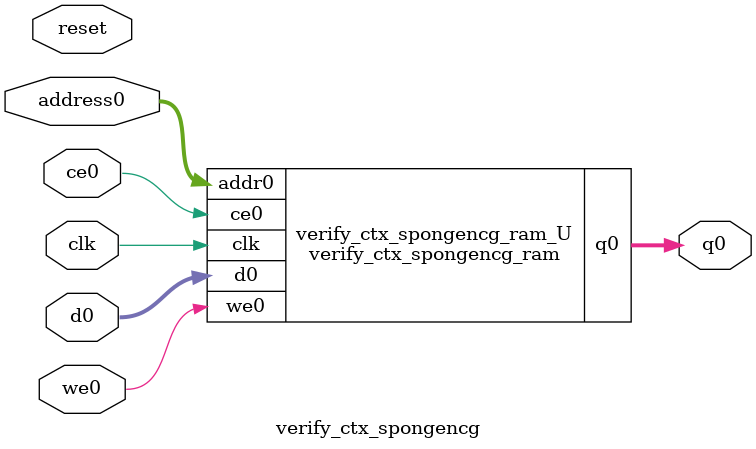
<source format=v>
`timescale 1 ns / 1 ps
module verify_ctx_spongencg_ram (addr0, ce0, d0, we0, q0,  clk);

parameter DWIDTH = 8;
parameter AWIDTH = 8;
parameter MEM_SIZE = 200;

input[AWIDTH-1:0] addr0;
input ce0;
input[DWIDTH-1:0] d0;
input we0;
output reg[DWIDTH-1:0] q0;
input clk;

(* ram_style = "block" *)reg [DWIDTH-1:0] ram[0:MEM_SIZE-1];




always @(posedge clk)  
begin 
    if (ce0) begin
        if (we0) 
            ram[addr0] <= d0; 
        q0 <= ram[addr0];
    end
end


endmodule

`timescale 1 ns / 1 ps
module verify_ctx_spongencg(
    reset,
    clk,
    address0,
    ce0,
    we0,
    d0,
    q0);

parameter DataWidth = 32'd8;
parameter AddressRange = 32'd200;
parameter AddressWidth = 32'd8;
input reset;
input clk;
input[AddressWidth - 1:0] address0;
input ce0;
input we0;
input[DataWidth - 1:0] d0;
output[DataWidth - 1:0] q0;



verify_ctx_spongencg_ram verify_ctx_spongencg_ram_U(
    .clk( clk ),
    .addr0( address0 ),
    .ce0( ce0 ),
    .we0( we0 ),
    .d0( d0 ),
    .q0( q0 ));

endmodule


</source>
